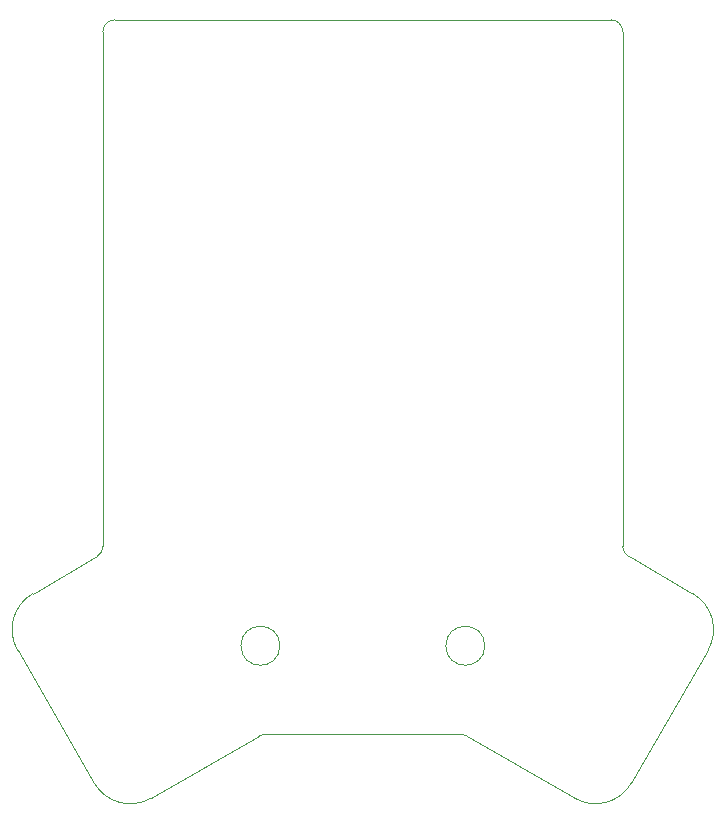
<source format=gm1>
G04 #@! TF.GenerationSoftware,KiCad,Pcbnew,5.1.9+dfsg1-1+deb11u1*
G04 #@! TF.CreationDate,2024-03-25T13:58:39+09:00*
G04 #@! TF.ProjectId,base,62617365-2e6b-4696-9361-645f70636258,rev?*
G04 #@! TF.SameCoordinates,Original*
G04 #@! TF.FileFunction,Profile,NP*
%FSLAX46Y46*%
G04 Gerber Fmt 4.6, Leading zero omitted, Abs format (unit mm)*
G04 Created by KiCad (PCBNEW 5.1.9+dfsg1-1+deb11u1) date 2024-03-25 13:58:39*
%MOMM*%
%LPD*%
G01*
G04 APERTURE LIST*
G04 #@! TA.AperFunction,Profile*
%ADD10C,0.050000*%
G04 #@! TD*
G04 APERTURE END LIST*
D10*
X152975320Y-139000000D02*
G75*
G03*
X152975320Y-139000000I-1650000J0D01*
G01*
X170324680Y-139000000D02*
G75*
G03*
X170324680Y-139000000I-1650000J0D01*
G01*
X139000000Y-86000000D02*
X181000000Y-86000000D01*
X181000000Y-86000000D02*
G75*
G02*
X182000000Y-87000000I0J-1000000D01*
G01*
X182000000Y-87000000D02*
X182000000Y-130577400D01*
X182500000Y-131443425D02*
G75*
G02*
X182000000Y-130577400I500000J866025D01*
G01*
X187949700Y-134589700D02*
X182500000Y-131443400D01*
X187949700Y-134589712D02*
G75*
G02*
X189230788Y-139370800I-1750000J-3031088D01*
G01*
X189230800Y-139370800D02*
X182730800Y-150629200D01*
X182730788Y-150629200D02*
G75*
G02*
X177949700Y-151910288I-3031088J1750000D01*
G01*
X177949700Y-151910300D02*
X168810890Y-146634000D01*
X168310890Y-146499999D02*
G75*
G02*
X168810890Y-146633974I0J-1000001D01*
G01*
X168310890Y-146500000D02*
X151689110Y-146500000D01*
X151189110Y-146633975D02*
G75*
G02*
X151689110Y-146500000I500000J-866025D01*
G01*
X151189110Y-146634000D02*
X142050300Y-151910300D01*
X142050300Y-151910288D02*
G75*
G02*
X137269212Y-150629200I-1750000J3031088D01*
G01*
X137269200Y-150629200D02*
X130769200Y-139370800D01*
X130769211Y-139370800D02*
G75*
G02*
X132050300Y-134589711I3031089J1750000D01*
G01*
X132050300Y-134589700D02*
X137500000Y-131443400D01*
X138000000Y-130577400D02*
G75*
G02*
X137500000Y-131443425I-1000000J0D01*
G01*
X138000000Y-130577400D02*
X138000000Y-87000000D01*
X138000000Y-87000000D02*
G75*
G02*
X139000000Y-86000000I1000000J0D01*
G01*
M02*

</source>
